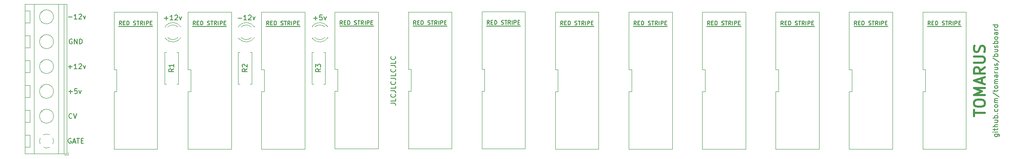
<source format=gbr>
G04 #@! TF.GenerationSoftware,KiCad,Pcbnew,5.0.2+dfsg1-1~bpo9+1*
G04 #@! TF.CreationDate,2019-10-18T22:52:31+02:00*
G04 #@! TF.ProjectId,busboard,62757362-6f61-4726-942e-6b696361645f,rev?*
G04 #@! TF.SameCoordinates,Original*
G04 #@! TF.FileFunction,Legend,Top*
G04 #@! TF.FilePolarity,Positive*
%FSLAX46Y46*%
G04 Gerber Fmt 4.6, Leading zero omitted, Abs format (unit mm)*
G04 Created by KiCad (PCBNEW 5.0.2+dfsg1-1~bpo9+1) date Fri 18 Oct 2019 10:52:31 PM CEST*
%MOMM*%
%LPD*%
G01*
G04 APERTURE LIST*
%ADD10C,0.400000*%
%ADD11C,0.150000*%
%ADD12C,0.200000*%
%ADD13C,0.100000*%
%ADD14C,0.120000*%
G04 APERTURE END LIST*
D10*
X236285238Y-73574952D02*
X236285238Y-72317809D01*
X238485238Y-72946380D02*
X236285238Y-72946380D01*
X236285238Y-71165428D02*
X236285238Y-70746380D01*
X236390000Y-70536857D01*
X236599523Y-70327333D01*
X237018571Y-70222571D01*
X237751904Y-70222571D01*
X238170952Y-70327333D01*
X238380476Y-70536857D01*
X238485238Y-70746380D01*
X238485238Y-71165428D01*
X238380476Y-71374952D01*
X238170952Y-71584476D01*
X237751904Y-71689238D01*
X237018571Y-71689238D01*
X236599523Y-71584476D01*
X236390000Y-71374952D01*
X236285238Y-71165428D01*
X238485238Y-69279714D02*
X236285238Y-69279714D01*
X237856666Y-68546380D01*
X236285238Y-67813047D01*
X238485238Y-67813047D01*
X237856666Y-66870190D02*
X237856666Y-65822571D01*
X238485238Y-67079714D02*
X236285238Y-66346380D01*
X238485238Y-65613047D01*
X238485238Y-63622571D02*
X237437619Y-64355904D01*
X238485238Y-64879714D02*
X236285238Y-64879714D01*
X236285238Y-64041619D01*
X236390000Y-63832095D01*
X236494761Y-63727333D01*
X236704285Y-63622571D01*
X237018571Y-63622571D01*
X237228095Y-63727333D01*
X237332857Y-63832095D01*
X237437619Y-64041619D01*
X237437619Y-64879714D01*
X236285238Y-62679714D02*
X238066190Y-62679714D01*
X238275714Y-62574952D01*
X238380476Y-62470190D01*
X238485238Y-62260666D01*
X238485238Y-61841619D01*
X238380476Y-61632095D01*
X238275714Y-61527333D01*
X238066190Y-61422571D01*
X236285238Y-61422571D01*
X238380476Y-60479714D02*
X238485238Y-60165428D01*
X238485238Y-59641619D01*
X238380476Y-59432095D01*
X238275714Y-59327333D01*
X238066190Y-59222571D01*
X237856666Y-59222571D01*
X237647142Y-59327333D01*
X237542380Y-59432095D01*
X237437619Y-59641619D01*
X237332857Y-60060666D01*
X237228095Y-60270190D01*
X237123333Y-60374952D01*
X236913809Y-60479714D01*
X236704285Y-60479714D01*
X236494761Y-60374952D01*
X236390000Y-60270190D01*
X236285238Y-60060666D01*
X236285238Y-59536857D01*
X236390000Y-59222571D01*
D11*
X117252380Y-71019047D02*
X117966666Y-71019047D01*
X118109523Y-71066666D01*
X118204761Y-71161904D01*
X118252380Y-71304761D01*
X118252380Y-71400000D01*
X118252380Y-70066666D02*
X118252380Y-70542857D01*
X117252380Y-70542857D01*
X118157142Y-69161904D02*
X118204761Y-69209523D01*
X118252380Y-69352380D01*
X118252380Y-69447619D01*
X118204761Y-69590476D01*
X118109523Y-69685714D01*
X118014285Y-69733333D01*
X117823809Y-69780952D01*
X117680952Y-69780952D01*
X117490476Y-69733333D01*
X117395238Y-69685714D01*
X117300000Y-69590476D01*
X117252380Y-69447619D01*
X117252380Y-69352380D01*
X117300000Y-69209523D01*
X117347619Y-69161904D01*
X117252380Y-68447619D02*
X117966666Y-68447619D01*
X118109523Y-68495238D01*
X118204761Y-68590476D01*
X118252380Y-68733333D01*
X118252380Y-68828571D01*
X118252380Y-67495238D02*
X118252380Y-67971428D01*
X117252380Y-67971428D01*
X118157142Y-66590476D02*
X118204761Y-66638095D01*
X118252380Y-66780952D01*
X118252380Y-66876190D01*
X118204761Y-67019047D01*
X118109523Y-67114285D01*
X118014285Y-67161904D01*
X117823809Y-67209523D01*
X117680952Y-67209523D01*
X117490476Y-67161904D01*
X117395238Y-67114285D01*
X117300000Y-67019047D01*
X117252380Y-66876190D01*
X117252380Y-66780952D01*
X117300000Y-66638095D01*
X117347619Y-66590476D01*
X117252380Y-65876190D02*
X117966666Y-65876190D01*
X118109523Y-65923809D01*
X118204761Y-66019047D01*
X118252380Y-66161904D01*
X118252380Y-66257142D01*
X118252380Y-64923809D02*
X118252380Y-65400000D01*
X117252380Y-65400000D01*
X118157142Y-64019047D02*
X118204761Y-64066666D01*
X118252380Y-64209523D01*
X118252380Y-64304761D01*
X118204761Y-64447619D01*
X118109523Y-64542857D01*
X118014285Y-64590476D01*
X117823809Y-64638095D01*
X117680952Y-64638095D01*
X117490476Y-64590476D01*
X117395238Y-64542857D01*
X117300000Y-64447619D01*
X117252380Y-64304761D01*
X117252380Y-64209523D01*
X117300000Y-64066666D01*
X117347619Y-64019047D01*
X117252380Y-63304761D02*
X117966666Y-63304761D01*
X118109523Y-63352380D01*
X118204761Y-63447619D01*
X118252380Y-63590476D01*
X118252380Y-63685714D01*
X118252380Y-62352380D02*
X118252380Y-62828571D01*
X117252380Y-62828571D01*
X118157142Y-61447619D02*
X118204761Y-61495238D01*
X118252380Y-61638095D01*
X118252380Y-61733333D01*
X118204761Y-61876190D01*
X118109523Y-61971428D01*
X118014285Y-62019047D01*
X117823809Y-62066666D01*
X117680952Y-62066666D01*
X117490476Y-62019047D01*
X117395238Y-61971428D01*
X117300000Y-61876190D01*
X117252380Y-61733333D01*
X117252380Y-61638095D01*
X117300000Y-61495238D01*
X117347619Y-61447619D01*
X240535714Y-77352380D02*
X241345238Y-77352380D01*
X241440476Y-77400000D01*
X241488095Y-77447619D01*
X241535714Y-77542857D01*
X241535714Y-77685714D01*
X241488095Y-77780952D01*
X241154761Y-77352380D02*
X241202380Y-77447619D01*
X241202380Y-77638095D01*
X241154761Y-77733333D01*
X241107142Y-77780952D01*
X241011904Y-77828571D01*
X240726190Y-77828571D01*
X240630952Y-77780952D01*
X240583333Y-77733333D01*
X240535714Y-77638095D01*
X240535714Y-77447619D01*
X240583333Y-77352380D01*
X241202380Y-76876190D02*
X240535714Y-76876190D01*
X240202380Y-76876190D02*
X240250000Y-76923809D01*
X240297619Y-76876190D01*
X240250000Y-76828571D01*
X240202380Y-76876190D01*
X240297619Y-76876190D01*
X240535714Y-76542857D02*
X240535714Y-76161904D01*
X240202380Y-76400000D02*
X241059523Y-76400000D01*
X241154761Y-76352380D01*
X241202380Y-76257142D01*
X241202380Y-76161904D01*
X241202380Y-75828571D02*
X240202380Y-75828571D01*
X241202380Y-75400000D02*
X240678571Y-75400000D01*
X240583333Y-75447619D01*
X240535714Y-75542857D01*
X240535714Y-75685714D01*
X240583333Y-75780952D01*
X240630952Y-75828571D01*
X240535714Y-74495238D02*
X241202380Y-74495238D01*
X240535714Y-74923809D02*
X241059523Y-74923809D01*
X241154761Y-74876190D01*
X241202380Y-74780952D01*
X241202380Y-74638095D01*
X241154761Y-74542857D01*
X241107142Y-74495238D01*
X241202380Y-74019047D02*
X240202380Y-74019047D01*
X240583333Y-74019047D02*
X240535714Y-73923809D01*
X240535714Y-73733333D01*
X240583333Y-73638095D01*
X240630952Y-73590476D01*
X240726190Y-73542857D01*
X241011904Y-73542857D01*
X241107142Y-73590476D01*
X241154761Y-73638095D01*
X241202380Y-73733333D01*
X241202380Y-73923809D01*
X241154761Y-74019047D01*
X241107142Y-73114285D02*
X241154761Y-73066666D01*
X241202380Y-73114285D01*
X241154761Y-73161904D01*
X241107142Y-73114285D01*
X241202380Y-73114285D01*
X241154761Y-72209523D02*
X241202380Y-72304761D01*
X241202380Y-72495238D01*
X241154761Y-72590476D01*
X241107142Y-72638095D01*
X241011904Y-72685714D01*
X240726190Y-72685714D01*
X240630952Y-72638095D01*
X240583333Y-72590476D01*
X240535714Y-72495238D01*
X240535714Y-72304761D01*
X240583333Y-72209523D01*
X241202380Y-71638095D02*
X241154761Y-71733333D01*
X241107142Y-71780952D01*
X241011904Y-71828571D01*
X240726190Y-71828571D01*
X240630952Y-71780952D01*
X240583333Y-71733333D01*
X240535714Y-71638095D01*
X240535714Y-71495238D01*
X240583333Y-71400000D01*
X240630952Y-71352380D01*
X240726190Y-71304761D01*
X241011904Y-71304761D01*
X241107142Y-71352380D01*
X241154761Y-71400000D01*
X241202380Y-71495238D01*
X241202380Y-71638095D01*
X241202380Y-70876190D02*
X240535714Y-70876190D01*
X240630952Y-70876190D02*
X240583333Y-70828571D01*
X240535714Y-70733333D01*
X240535714Y-70590476D01*
X240583333Y-70495238D01*
X240678571Y-70447619D01*
X241202380Y-70447619D01*
X240678571Y-70447619D02*
X240583333Y-70400000D01*
X240535714Y-70304761D01*
X240535714Y-70161904D01*
X240583333Y-70066666D01*
X240678571Y-70019047D01*
X241202380Y-70019047D01*
X240154761Y-68828571D02*
X241440476Y-69685714D01*
X240535714Y-68638095D02*
X240535714Y-68257142D01*
X240202380Y-68495238D02*
X241059523Y-68495238D01*
X241154761Y-68447619D01*
X241202380Y-68352380D01*
X241202380Y-68257142D01*
X241202380Y-67780952D02*
X241154761Y-67876190D01*
X241107142Y-67923809D01*
X241011904Y-67971428D01*
X240726190Y-67971428D01*
X240630952Y-67923809D01*
X240583333Y-67876190D01*
X240535714Y-67780952D01*
X240535714Y-67638095D01*
X240583333Y-67542857D01*
X240630952Y-67495238D01*
X240726190Y-67447619D01*
X241011904Y-67447619D01*
X241107142Y-67495238D01*
X241154761Y-67542857D01*
X241202380Y-67638095D01*
X241202380Y-67780952D01*
X241202380Y-67019047D02*
X240535714Y-67019047D01*
X240630952Y-67019047D02*
X240583333Y-66971428D01*
X240535714Y-66876190D01*
X240535714Y-66733333D01*
X240583333Y-66638095D01*
X240678571Y-66590476D01*
X241202380Y-66590476D01*
X240678571Y-66590476D02*
X240583333Y-66542857D01*
X240535714Y-66447619D01*
X240535714Y-66304761D01*
X240583333Y-66209523D01*
X240678571Y-66161904D01*
X241202380Y-66161904D01*
X241202380Y-65257142D02*
X240678571Y-65257142D01*
X240583333Y-65304761D01*
X240535714Y-65400000D01*
X240535714Y-65590476D01*
X240583333Y-65685714D01*
X241154761Y-65257142D02*
X241202380Y-65352380D01*
X241202380Y-65590476D01*
X241154761Y-65685714D01*
X241059523Y-65733333D01*
X240964285Y-65733333D01*
X240869047Y-65685714D01*
X240821428Y-65590476D01*
X240821428Y-65352380D01*
X240773809Y-65257142D01*
X241202380Y-64780952D02*
X240535714Y-64780952D01*
X240726190Y-64780952D02*
X240630952Y-64733333D01*
X240583333Y-64685714D01*
X240535714Y-64590476D01*
X240535714Y-64495238D01*
X240535714Y-63733333D02*
X241202380Y-63733333D01*
X240535714Y-64161904D02*
X241059523Y-64161904D01*
X241154761Y-64114285D01*
X241202380Y-64019047D01*
X241202380Y-63876190D01*
X241154761Y-63780952D01*
X241107142Y-63733333D01*
X241154761Y-63304761D02*
X241202380Y-63209523D01*
X241202380Y-63019047D01*
X241154761Y-62923809D01*
X241059523Y-62876190D01*
X241011904Y-62876190D01*
X240916666Y-62923809D01*
X240869047Y-63019047D01*
X240869047Y-63161904D01*
X240821428Y-63257142D01*
X240726190Y-63304761D01*
X240678571Y-63304761D01*
X240583333Y-63257142D01*
X240535714Y-63161904D01*
X240535714Y-63019047D01*
X240583333Y-62923809D01*
X240154761Y-61733333D02*
X241440476Y-62590476D01*
X241202380Y-61400000D02*
X240202380Y-61400000D01*
X240583333Y-61400000D02*
X240535714Y-61304761D01*
X240535714Y-61114285D01*
X240583333Y-61019047D01*
X240630952Y-60971428D01*
X240726190Y-60923809D01*
X241011904Y-60923809D01*
X241107142Y-60971428D01*
X241154761Y-61019047D01*
X241202380Y-61114285D01*
X241202380Y-61304761D01*
X241154761Y-61400000D01*
X240535714Y-60066666D02*
X241202380Y-60066666D01*
X240535714Y-60495238D02*
X241059523Y-60495238D01*
X241154761Y-60447619D01*
X241202380Y-60352380D01*
X241202380Y-60209523D01*
X241154761Y-60114285D01*
X241107142Y-60066666D01*
X241154761Y-59638095D02*
X241202380Y-59542857D01*
X241202380Y-59352380D01*
X241154761Y-59257142D01*
X241059523Y-59209523D01*
X241011904Y-59209523D01*
X240916666Y-59257142D01*
X240869047Y-59352380D01*
X240869047Y-59495238D01*
X240821428Y-59590476D01*
X240726190Y-59638095D01*
X240678571Y-59638095D01*
X240583333Y-59590476D01*
X240535714Y-59495238D01*
X240535714Y-59352380D01*
X240583333Y-59257142D01*
X241202380Y-58780952D02*
X240202380Y-58780952D01*
X240583333Y-58780952D02*
X240535714Y-58685714D01*
X240535714Y-58495238D01*
X240583333Y-58400000D01*
X240630952Y-58352380D01*
X240726190Y-58304761D01*
X241011904Y-58304761D01*
X241107142Y-58352380D01*
X241154761Y-58400000D01*
X241202380Y-58495238D01*
X241202380Y-58685714D01*
X241154761Y-58780952D01*
X241202380Y-57733333D02*
X241154761Y-57828571D01*
X241107142Y-57876190D01*
X241011904Y-57923809D01*
X240726190Y-57923809D01*
X240630952Y-57876190D01*
X240583333Y-57828571D01*
X240535714Y-57733333D01*
X240535714Y-57590476D01*
X240583333Y-57495238D01*
X240630952Y-57447619D01*
X240726190Y-57400000D01*
X241011904Y-57400000D01*
X241107142Y-57447619D01*
X241154761Y-57495238D01*
X241202380Y-57590476D01*
X241202380Y-57733333D01*
X241202380Y-56542857D02*
X240678571Y-56542857D01*
X240583333Y-56590476D01*
X240535714Y-56685714D01*
X240535714Y-56876190D01*
X240583333Y-56971428D01*
X241154761Y-56542857D02*
X241202380Y-56638095D01*
X241202380Y-56876190D01*
X241154761Y-56971428D01*
X241059523Y-57019047D01*
X240964285Y-57019047D01*
X240869047Y-56971428D01*
X240821428Y-56876190D01*
X240821428Y-56638095D01*
X240773809Y-56542857D01*
X241202380Y-56066666D02*
X240535714Y-56066666D01*
X240726190Y-56066666D02*
X240630952Y-56019047D01*
X240583333Y-55971428D01*
X240535714Y-55876190D01*
X240535714Y-55780952D01*
X241202380Y-55019047D02*
X240202380Y-55019047D01*
X241154761Y-55019047D02*
X241202380Y-55114285D01*
X241202380Y-55304761D01*
X241154761Y-55400000D01*
X241107142Y-55447619D01*
X241011904Y-55495238D01*
X240726190Y-55495238D01*
X240630952Y-55447619D01*
X240583333Y-55400000D01*
X240535714Y-55304761D01*
X240535714Y-55114285D01*
X240583333Y-55019047D01*
D12*
X51972095Y-78240000D02*
X51876857Y-78192380D01*
X51734000Y-78192380D01*
X51591142Y-78240000D01*
X51495904Y-78335238D01*
X51448285Y-78430476D01*
X51400666Y-78620952D01*
X51400666Y-78763809D01*
X51448285Y-78954285D01*
X51495904Y-79049523D01*
X51591142Y-79144761D01*
X51734000Y-79192380D01*
X51829238Y-79192380D01*
X51972095Y-79144761D01*
X52019714Y-79097142D01*
X52019714Y-78763809D01*
X51829238Y-78763809D01*
X52400666Y-78906666D02*
X52876857Y-78906666D01*
X52305428Y-79192380D02*
X52638761Y-78192380D01*
X52972095Y-79192380D01*
X53162571Y-78192380D02*
X53734000Y-78192380D01*
X53448285Y-79192380D02*
X53448285Y-78192380D01*
X54067333Y-78668571D02*
X54400666Y-78668571D01*
X54543523Y-79192380D02*
X54067333Y-79192380D01*
X54067333Y-78192380D01*
X54543523Y-78192380D01*
X52162380Y-74017142D02*
X52114761Y-74064761D01*
X51971904Y-74112380D01*
X51876666Y-74112380D01*
X51733809Y-74064761D01*
X51638571Y-73969523D01*
X51590952Y-73874285D01*
X51543333Y-73683809D01*
X51543333Y-73540952D01*
X51590952Y-73350476D01*
X51638571Y-73255238D01*
X51733809Y-73160000D01*
X51876666Y-73112380D01*
X51971904Y-73112380D01*
X52114761Y-73160000D01*
X52162380Y-73207619D01*
X52448095Y-73112380D02*
X52781428Y-74112380D01*
X53114761Y-73112380D01*
X52194285Y-57920000D02*
X52099047Y-57872380D01*
X51956190Y-57872380D01*
X51813333Y-57920000D01*
X51718095Y-58015238D01*
X51670476Y-58110476D01*
X51622857Y-58300952D01*
X51622857Y-58443809D01*
X51670476Y-58634285D01*
X51718095Y-58729523D01*
X51813333Y-58824761D01*
X51956190Y-58872380D01*
X52051428Y-58872380D01*
X52194285Y-58824761D01*
X52241904Y-58777142D01*
X52241904Y-58443809D01*
X52051428Y-58443809D01*
X52670476Y-58872380D02*
X52670476Y-57872380D01*
X53241904Y-58872380D01*
X53241904Y-57872380D01*
X53718095Y-58872380D02*
X53718095Y-57872380D01*
X53956190Y-57872380D01*
X54099047Y-57920000D01*
X54194285Y-58015238D01*
X54241904Y-58110476D01*
X54289523Y-58300952D01*
X54289523Y-58443809D01*
X54241904Y-58634285D01*
X54194285Y-58729523D01*
X54099047Y-58824761D01*
X53956190Y-58872380D01*
X53718095Y-58872380D01*
X51511714Y-68651428D02*
X52273619Y-68651428D01*
X51892666Y-69032380D02*
X51892666Y-68270476D01*
X53226000Y-68032380D02*
X52749809Y-68032380D01*
X52702190Y-68508571D01*
X52749809Y-68460952D01*
X52845047Y-68413333D01*
X53083142Y-68413333D01*
X53178380Y-68460952D01*
X53226000Y-68508571D01*
X53273619Y-68603809D01*
X53273619Y-68841904D01*
X53226000Y-68937142D01*
X53178380Y-68984761D01*
X53083142Y-69032380D01*
X52845047Y-69032380D01*
X52749809Y-68984761D01*
X52702190Y-68937142D01*
X53606952Y-68365714D02*
X53845047Y-69032380D01*
X54083142Y-68365714D01*
X51448333Y-63571428D02*
X52210238Y-63571428D01*
X51829285Y-63952380D02*
X51829285Y-63190476D01*
X53210238Y-63952380D02*
X52638809Y-63952380D01*
X52924523Y-63952380D02*
X52924523Y-62952380D01*
X52829285Y-63095238D01*
X52734047Y-63190476D01*
X52638809Y-63238095D01*
X53591190Y-63047619D02*
X53638809Y-63000000D01*
X53734047Y-62952380D01*
X53972142Y-62952380D01*
X54067380Y-63000000D01*
X54115000Y-63047619D01*
X54162619Y-63142857D01*
X54162619Y-63238095D01*
X54115000Y-63380952D01*
X53543571Y-63952380D01*
X54162619Y-63952380D01*
X54495952Y-63285714D02*
X54734047Y-63952380D01*
X54972142Y-63285714D01*
X51448333Y-53411428D02*
X52210238Y-53411428D01*
X53210238Y-53792380D02*
X52638809Y-53792380D01*
X52924523Y-53792380D02*
X52924523Y-52792380D01*
X52829285Y-52935238D01*
X52734047Y-53030476D01*
X52638809Y-53078095D01*
X53591190Y-52887619D02*
X53638809Y-52840000D01*
X53734047Y-52792380D01*
X53972142Y-52792380D01*
X54067380Y-52840000D01*
X54115000Y-52887619D01*
X54162619Y-52982857D01*
X54162619Y-53078095D01*
X54115000Y-53220952D01*
X53543571Y-53792380D01*
X54162619Y-53792380D01*
X54495952Y-53125714D02*
X54734047Y-53792380D01*
X54972142Y-53125714D01*
D13*
G04 #@! TO.C,J1*
X60765320Y-52404760D02*
X60765320Y-64129400D01*
X60765320Y-80375240D02*
X60765320Y-68645520D01*
X61316500Y-68637900D02*
X61316500Y-64142100D01*
D11*
X61720000Y-55335000D02*
X68670000Y-55335000D01*
D13*
X69615000Y-80380000D02*
X60765000Y-80380000D01*
X69615000Y-52400000D02*
X60765000Y-52400000D01*
X61315000Y-68640000D02*
X60765000Y-68640000D01*
X61315000Y-64140000D02*
X60765000Y-64140000D01*
X69615000Y-52400000D02*
X69615000Y-80380000D01*
G04 #@! TO.C,J2*
X75845320Y-52404760D02*
X75845320Y-64129400D01*
X75845320Y-80375240D02*
X75845320Y-68645520D01*
X76396500Y-68637900D02*
X76396500Y-64142100D01*
D11*
X76800000Y-55335000D02*
X83750000Y-55335000D01*
D13*
X84695000Y-80380000D02*
X75845000Y-80380000D01*
X84695000Y-52400000D02*
X75845000Y-52400000D01*
X76395000Y-68640000D02*
X75845000Y-68640000D01*
X76395000Y-64140000D02*
X75845000Y-64140000D01*
X84695000Y-52400000D02*
X84695000Y-80380000D01*
G04 #@! TO.C,J3*
X90845320Y-52404760D02*
X90845320Y-64129400D01*
X90845320Y-80375240D02*
X90845320Y-68645520D01*
X91396500Y-68637900D02*
X91396500Y-64142100D01*
D11*
X91800000Y-55335000D02*
X98750000Y-55335000D01*
D13*
X99695000Y-80380000D02*
X90845000Y-80380000D01*
X99695000Y-52400000D02*
X90845000Y-52400000D01*
X91395000Y-68640000D02*
X90845000Y-68640000D01*
X91395000Y-64140000D02*
X90845000Y-64140000D01*
X99695000Y-52400000D02*
X99695000Y-80380000D01*
G04 #@! TO.C,J4*
X105845320Y-52324760D02*
X105845320Y-64049400D01*
X105845320Y-80295240D02*
X105845320Y-68565520D01*
X106396500Y-68557900D02*
X106396500Y-64062100D01*
D11*
X106800000Y-55255000D02*
X113750000Y-55255000D01*
D13*
X114695000Y-80300000D02*
X105845000Y-80300000D01*
X114695000Y-52320000D02*
X105845000Y-52320000D01*
X106395000Y-68560000D02*
X105845000Y-68560000D01*
X106395000Y-64060000D02*
X105845000Y-64060000D01*
X114695000Y-52320000D02*
X114695000Y-80300000D01*
G04 #@! TO.C,J5*
X120845320Y-52324760D02*
X120845320Y-64049400D01*
X120845320Y-80295240D02*
X120845320Y-68565520D01*
X121396500Y-68557900D02*
X121396500Y-64062100D01*
D11*
X121800000Y-55255000D02*
X128750000Y-55255000D01*
D13*
X129695000Y-80300000D02*
X120845000Y-80300000D01*
X129695000Y-52320000D02*
X120845000Y-52320000D01*
X121395000Y-68560000D02*
X120845000Y-68560000D01*
X121395000Y-64060000D02*
X120845000Y-64060000D01*
X129695000Y-52320000D02*
X129695000Y-80300000D01*
G04 #@! TO.C,J6*
X135845320Y-52284760D02*
X135845320Y-64009400D01*
X135845320Y-80255240D02*
X135845320Y-68525520D01*
X136396500Y-68517900D02*
X136396500Y-64022100D01*
D11*
X136800000Y-55215000D02*
X143750000Y-55215000D01*
D13*
X144695000Y-80260000D02*
X135845000Y-80260000D01*
X144695000Y-52280000D02*
X135845000Y-52280000D01*
X136395000Y-68520000D02*
X135845000Y-68520000D01*
X136395000Y-64020000D02*
X135845000Y-64020000D01*
X144695000Y-52280000D02*
X144695000Y-80260000D01*
G04 #@! TO.C,J7*
X150845320Y-52404760D02*
X150845320Y-64129400D01*
X150845320Y-80375240D02*
X150845320Y-68645520D01*
X151396500Y-68637900D02*
X151396500Y-64142100D01*
D11*
X151800000Y-55335000D02*
X158750000Y-55335000D01*
D13*
X159695000Y-80380000D02*
X150845000Y-80380000D01*
X159695000Y-52400000D02*
X150845000Y-52400000D01*
X151395000Y-68640000D02*
X150845000Y-68640000D01*
X151395000Y-64140000D02*
X150845000Y-64140000D01*
X159695000Y-52400000D02*
X159695000Y-80380000D01*
G04 #@! TO.C,J8*
X165845320Y-52404760D02*
X165845320Y-64129400D01*
X165845320Y-80375240D02*
X165845320Y-68645520D01*
X166396500Y-68637900D02*
X166396500Y-64142100D01*
D11*
X166800000Y-55335000D02*
X173750000Y-55335000D01*
D13*
X174695000Y-80380000D02*
X165845000Y-80380000D01*
X174695000Y-52400000D02*
X165845000Y-52400000D01*
X166395000Y-68640000D02*
X165845000Y-68640000D01*
X166395000Y-64140000D02*
X165845000Y-64140000D01*
X174695000Y-52400000D02*
X174695000Y-80380000D01*
G04 #@! TO.C,J9*
X180845320Y-52404760D02*
X180845320Y-64129400D01*
X180845320Y-80375240D02*
X180845320Y-68645520D01*
X181396500Y-68637900D02*
X181396500Y-64142100D01*
D11*
X181800000Y-55335000D02*
X188750000Y-55335000D01*
D13*
X189695000Y-80380000D02*
X180845000Y-80380000D01*
X189695000Y-52400000D02*
X180845000Y-52400000D01*
X181395000Y-68640000D02*
X180845000Y-68640000D01*
X181395000Y-64140000D02*
X180845000Y-64140000D01*
X189695000Y-52400000D02*
X189695000Y-80380000D01*
G04 #@! TO.C,J10*
X195845320Y-52404760D02*
X195845320Y-64129400D01*
X195845320Y-80375240D02*
X195845320Y-68645520D01*
X196396500Y-68637900D02*
X196396500Y-64142100D01*
D11*
X196800000Y-55335000D02*
X203750000Y-55335000D01*
D13*
X204695000Y-80380000D02*
X195845000Y-80380000D01*
X204695000Y-52400000D02*
X195845000Y-52400000D01*
X196395000Y-68640000D02*
X195845000Y-68640000D01*
X196395000Y-64140000D02*
X195845000Y-64140000D01*
X204695000Y-52400000D02*
X204695000Y-80380000D01*
G04 #@! TO.C,J11*
X210845320Y-52404760D02*
X210845320Y-64129400D01*
X210845320Y-80375240D02*
X210845320Y-68645520D01*
X211396500Y-68637900D02*
X211396500Y-64142100D01*
D11*
X211800000Y-55335000D02*
X218750000Y-55335000D01*
D13*
X219695000Y-80380000D02*
X210845000Y-80380000D01*
X219695000Y-52400000D02*
X210845000Y-52400000D01*
X211395000Y-68640000D02*
X210845000Y-68640000D01*
X211395000Y-64140000D02*
X210845000Y-64140000D01*
X219695000Y-52400000D02*
X219695000Y-80380000D01*
G04 #@! TO.C,J12*
X225845320Y-52404760D02*
X225845320Y-64129400D01*
X225845320Y-80375240D02*
X225845320Y-68645520D01*
X226396500Y-68637900D02*
X226396500Y-64142100D01*
D11*
X226800000Y-55335000D02*
X233750000Y-55335000D01*
D13*
X234695000Y-80380000D02*
X225845000Y-80380000D01*
X234695000Y-52400000D02*
X225845000Y-52400000D01*
X226395000Y-68640000D02*
X225845000Y-68640000D01*
X226395000Y-64140000D02*
X225845000Y-64140000D01*
X234695000Y-52400000D02*
X234695000Y-80380000D01*
D14*
G04 #@! TO.C,J13*
X48275275Y-78113129D02*
G75*
G02X48420000Y-78740000I-1285275J-626871D01*
G01*
X46362638Y-77454176D02*
G75*
G02X47617000Y-77454000I627362J-1285824D01*
G01*
X45704176Y-79367362D02*
G75*
G02X45704000Y-78113000I1285824J627362D01*
G01*
X47616746Y-80026611D02*
G75*
G02X46362000Y-80026000I-626746J1286611D01*
G01*
X48420940Y-78715720D02*
G75*
G02X48276000Y-79368000I-1430940J-24280D01*
G01*
X48420000Y-73660000D02*
G75*
G03X48420000Y-73660000I-1430000J0D01*
G01*
X48420000Y-68580000D02*
G75*
G03X48420000Y-68580000I-1430000J0D01*
G01*
X48420000Y-63500000D02*
G75*
G03X48420000Y-63500000I-1430000J0D01*
G01*
X48420000Y-58420000D02*
G75*
G03X48420000Y-58420000I-1430000J0D01*
G01*
X48420000Y-53340000D02*
G75*
G03X48420000Y-53340000I-1430000J0D01*
G01*
X50540000Y-81340000D02*
X50540000Y-50740000D01*
X49440000Y-81340000D02*
X49440000Y-50740000D01*
X44440000Y-81340000D02*
X44440000Y-50740000D01*
X42530000Y-81340000D02*
X42530000Y-50740000D01*
X51100000Y-81340000D02*
X51100000Y-50740000D01*
X42530000Y-81340000D02*
X51100000Y-81340000D01*
X42530000Y-50740000D02*
X51100000Y-50740000D01*
X42590000Y-79990000D02*
X42590000Y-77490000D01*
X43590000Y-79990000D02*
X43590000Y-77490000D01*
X42590000Y-79990000D02*
X43590000Y-79990000D01*
X42590000Y-77490000D02*
X43590000Y-77490000D01*
X46080000Y-72575000D02*
X46139000Y-72635000D01*
X48035000Y-74530000D02*
X48075000Y-74570000D01*
X45905000Y-72749000D02*
X45945000Y-72789000D01*
X47840000Y-74684000D02*
X47900000Y-74744000D01*
X42590000Y-74910000D02*
X42590000Y-72410000D01*
X43590000Y-74910000D02*
X43590000Y-72410000D01*
X42590000Y-74910000D02*
X43590000Y-74910000D01*
X42590000Y-72410000D02*
X43590000Y-72410000D01*
X46080000Y-67495000D02*
X46139000Y-67555000D01*
X48035000Y-69450000D02*
X48075000Y-69490000D01*
X45905000Y-67669000D02*
X45945000Y-67709000D01*
X47840000Y-69604000D02*
X47900000Y-69664000D01*
X42590000Y-69830000D02*
X42590000Y-67330000D01*
X43590000Y-69830000D02*
X43590000Y-67330000D01*
X42590000Y-69830000D02*
X43590000Y-69830000D01*
X42590000Y-67330000D02*
X43590000Y-67330000D01*
X46080000Y-62415000D02*
X46139000Y-62475000D01*
X48035000Y-64370000D02*
X48075000Y-64410000D01*
X45905000Y-62589000D02*
X45945000Y-62629000D01*
X47840000Y-64524000D02*
X47900000Y-64584000D01*
X42590000Y-64750000D02*
X42590000Y-62250000D01*
X43590000Y-64750000D02*
X43590000Y-62250000D01*
X42590000Y-64750000D02*
X43590000Y-64750000D01*
X42590000Y-62250000D02*
X43590000Y-62250000D01*
X46080000Y-57335000D02*
X46139000Y-57395000D01*
X48035000Y-59290000D02*
X48075000Y-59330000D01*
X45905000Y-57509000D02*
X45945000Y-57549000D01*
X47840000Y-59444000D02*
X47900000Y-59504000D01*
X42590000Y-59670000D02*
X42590000Y-57170000D01*
X43590000Y-59670000D02*
X43590000Y-57170000D01*
X42590000Y-59670000D02*
X43590000Y-59670000D01*
X42590000Y-57170000D02*
X43590000Y-57170000D01*
X46080000Y-52255000D02*
X46139000Y-52315000D01*
X48035000Y-54210000D02*
X48075000Y-54250000D01*
X45905000Y-52429000D02*
X45945000Y-52469000D01*
X47840000Y-54364000D02*
X47900000Y-54424000D01*
X42590000Y-54590000D02*
X42590000Y-52090000D01*
X43590000Y-54590000D02*
X43590000Y-52090000D01*
X42590000Y-54590000D02*
X43590000Y-54590000D01*
X42590000Y-52090000D02*
X43590000Y-52090000D01*
X50600000Y-81580000D02*
X51340000Y-81580000D01*
X51340000Y-81580000D02*
X51340000Y-81080000D01*
G04 #@! TO.C,+12v*
X71210000Y-57580000D02*
X71210000Y-57736000D01*
X71210000Y-55264000D02*
X71210000Y-55420000D01*
X73811130Y-57579837D02*
G75*
G02X71729039Y-57580000I-1041130J1079837D01*
G01*
X73811130Y-55420163D02*
G75*
G03X71729039Y-55420000I-1041130J-1079837D01*
G01*
X74442335Y-57578608D02*
G75*
G02X71210000Y-57735516I-1672335J1078608D01*
G01*
X74442335Y-55421392D02*
G75*
G03X71210000Y-55264484I-1672335J-1078608D01*
G01*
G04 #@! TO.C,-12v*
X89442335Y-55421392D02*
G75*
G03X86210000Y-55264484I-1672335J-1078608D01*
G01*
X89442335Y-57578608D02*
G75*
G02X86210000Y-57735516I-1672335J1078608D01*
G01*
X88811130Y-55420163D02*
G75*
G03X86729039Y-55420000I-1041130J-1079837D01*
G01*
X88811130Y-57579837D02*
G75*
G02X86729039Y-57580000I-1041130J1079837D01*
G01*
X86210000Y-55264000D02*
X86210000Y-55420000D01*
X86210000Y-57580000D02*
X86210000Y-57736000D01*
G04 #@! TO.C,+5v*
X104442335Y-55421392D02*
G75*
G03X101210000Y-55264484I-1672335J-1078608D01*
G01*
X104442335Y-57578608D02*
G75*
G02X101210000Y-57735516I-1672335J1078608D01*
G01*
X103811130Y-55420163D02*
G75*
G03X101729039Y-55420000I-1041130J-1079837D01*
G01*
X103811130Y-57579837D02*
G75*
G02X101729039Y-57580000I-1041130J1079837D01*
G01*
X101210000Y-55264000D02*
X101210000Y-55420000D01*
X101210000Y-57580000D02*
X101210000Y-57736000D01*
G04 #@! TO.C,R1*
X71130000Y-67080000D02*
X71460000Y-67080000D01*
X71130000Y-60540000D02*
X71130000Y-67080000D01*
X71460000Y-60540000D02*
X71130000Y-60540000D01*
X73870000Y-67080000D02*
X73540000Y-67080000D01*
X73870000Y-60540000D02*
X73870000Y-67080000D01*
X73540000Y-60540000D02*
X73870000Y-60540000D01*
G04 #@! TO.C,R2*
X88540000Y-60540000D02*
X88870000Y-60540000D01*
X88870000Y-60540000D02*
X88870000Y-67080000D01*
X88870000Y-67080000D02*
X88540000Y-67080000D01*
X86460000Y-60540000D02*
X86130000Y-60540000D01*
X86130000Y-60540000D02*
X86130000Y-67080000D01*
X86130000Y-67080000D02*
X86460000Y-67080000D01*
G04 #@! TO.C,R3*
X103540000Y-60540000D02*
X103870000Y-60540000D01*
X103870000Y-60540000D02*
X103870000Y-67080000D01*
X103870000Y-67080000D02*
X103540000Y-67080000D01*
X101460000Y-60540000D02*
X101130000Y-60540000D01*
X101130000Y-60540000D02*
X101130000Y-67080000D01*
X101130000Y-67080000D02*
X101460000Y-67080000D01*
G04 #@! TO.C,J1*
D11*
X62312857Y-54996904D02*
X62046190Y-54615952D01*
X61855714Y-54996904D02*
X61855714Y-54196904D01*
X62160476Y-54196904D01*
X62236666Y-54235000D01*
X62274761Y-54273095D01*
X62312857Y-54349285D01*
X62312857Y-54463571D01*
X62274761Y-54539761D01*
X62236666Y-54577857D01*
X62160476Y-54615952D01*
X61855714Y-54615952D01*
X62655714Y-54577857D02*
X62922380Y-54577857D01*
X63036666Y-54996904D02*
X62655714Y-54996904D01*
X62655714Y-54196904D01*
X63036666Y-54196904D01*
X63379523Y-54996904D02*
X63379523Y-54196904D01*
X63570000Y-54196904D01*
X63684285Y-54235000D01*
X63760476Y-54311190D01*
X63798571Y-54387380D01*
X63836666Y-54539761D01*
X63836666Y-54654047D01*
X63798571Y-54806428D01*
X63760476Y-54882619D01*
X63684285Y-54958809D01*
X63570000Y-54996904D01*
X63379523Y-54996904D01*
X64750952Y-54958809D02*
X64865238Y-54996904D01*
X65055714Y-54996904D01*
X65131904Y-54958809D01*
X65170000Y-54920714D01*
X65208095Y-54844523D01*
X65208095Y-54768333D01*
X65170000Y-54692142D01*
X65131904Y-54654047D01*
X65055714Y-54615952D01*
X64903333Y-54577857D01*
X64827142Y-54539761D01*
X64789047Y-54501666D01*
X64750952Y-54425476D01*
X64750952Y-54349285D01*
X64789047Y-54273095D01*
X64827142Y-54235000D01*
X64903333Y-54196904D01*
X65093809Y-54196904D01*
X65208095Y-54235000D01*
X65436666Y-54196904D02*
X65893809Y-54196904D01*
X65665238Y-54996904D02*
X65665238Y-54196904D01*
X66617619Y-54996904D02*
X66350952Y-54615952D01*
X66160476Y-54996904D02*
X66160476Y-54196904D01*
X66465238Y-54196904D01*
X66541428Y-54235000D01*
X66579523Y-54273095D01*
X66617619Y-54349285D01*
X66617619Y-54463571D01*
X66579523Y-54539761D01*
X66541428Y-54577857D01*
X66465238Y-54615952D01*
X66160476Y-54615952D01*
X66960476Y-54996904D02*
X66960476Y-54196904D01*
X67341428Y-54996904D02*
X67341428Y-54196904D01*
X67646190Y-54196904D01*
X67722380Y-54235000D01*
X67760476Y-54273095D01*
X67798571Y-54349285D01*
X67798571Y-54463571D01*
X67760476Y-54539761D01*
X67722380Y-54577857D01*
X67646190Y-54615952D01*
X67341428Y-54615952D01*
X68141428Y-54577857D02*
X68408095Y-54577857D01*
X68522380Y-54996904D02*
X68141428Y-54996904D01*
X68141428Y-54196904D01*
X68522380Y-54196904D01*
G04 #@! TO.C,J2*
X77392857Y-54996904D02*
X77126190Y-54615952D01*
X76935714Y-54996904D02*
X76935714Y-54196904D01*
X77240476Y-54196904D01*
X77316666Y-54235000D01*
X77354761Y-54273095D01*
X77392857Y-54349285D01*
X77392857Y-54463571D01*
X77354761Y-54539761D01*
X77316666Y-54577857D01*
X77240476Y-54615952D01*
X76935714Y-54615952D01*
X77735714Y-54577857D02*
X78002380Y-54577857D01*
X78116666Y-54996904D02*
X77735714Y-54996904D01*
X77735714Y-54196904D01*
X78116666Y-54196904D01*
X78459523Y-54996904D02*
X78459523Y-54196904D01*
X78650000Y-54196904D01*
X78764285Y-54235000D01*
X78840476Y-54311190D01*
X78878571Y-54387380D01*
X78916666Y-54539761D01*
X78916666Y-54654047D01*
X78878571Y-54806428D01*
X78840476Y-54882619D01*
X78764285Y-54958809D01*
X78650000Y-54996904D01*
X78459523Y-54996904D01*
X79830952Y-54958809D02*
X79945238Y-54996904D01*
X80135714Y-54996904D01*
X80211904Y-54958809D01*
X80250000Y-54920714D01*
X80288095Y-54844523D01*
X80288095Y-54768333D01*
X80250000Y-54692142D01*
X80211904Y-54654047D01*
X80135714Y-54615952D01*
X79983333Y-54577857D01*
X79907142Y-54539761D01*
X79869047Y-54501666D01*
X79830952Y-54425476D01*
X79830952Y-54349285D01*
X79869047Y-54273095D01*
X79907142Y-54235000D01*
X79983333Y-54196904D01*
X80173809Y-54196904D01*
X80288095Y-54235000D01*
X80516666Y-54196904D02*
X80973809Y-54196904D01*
X80745238Y-54996904D02*
X80745238Y-54196904D01*
X81697619Y-54996904D02*
X81430952Y-54615952D01*
X81240476Y-54996904D02*
X81240476Y-54196904D01*
X81545238Y-54196904D01*
X81621428Y-54235000D01*
X81659523Y-54273095D01*
X81697619Y-54349285D01*
X81697619Y-54463571D01*
X81659523Y-54539761D01*
X81621428Y-54577857D01*
X81545238Y-54615952D01*
X81240476Y-54615952D01*
X82040476Y-54996904D02*
X82040476Y-54196904D01*
X82421428Y-54996904D02*
X82421428Y-54196904D01*
X82726190Y-54196904D01*
X82802380Y-54235000D01*
X82840476Y-54273095D01*
X82878571Y-54349285D01*
X82878571Y-54463571D01*
X82840476Y-54539761D01*
X82802380Y-54577857D01*
X82726190Y-54615952D01*
X82421428Y-54615952D01*
X83221428Y-54577857D02*
X83488095Y-54577857D01*
X83602380Y-54996904D02*
X83221428Y-54996904D01*
X83221428Y-54196904D01*
X83602380Y-54196904D01*
G04 #@! TO.C,J3*
X92392857Y-54996904D02*
X92126190Y-54615952D01*
X91935714Y-54996904D02*
X91935714Y-54196904D01*
X92240476Y-54196904D01*
X92316666Y-54235000D01*
X92354761Y-54273095D01*
X92392857Y-54349285D01*
X92392857Y-54463571D01*
X92354761Y-54539761D01*
X92316666Y-54577857D01*
X92240476Y-54615952D01*
X91935714Y-54615952D01*
X92735714Y-54577857D02*
X93002380Y-54577857D01*
X93116666Y-54996904D02*
X92735714Y-54996904D01*
X92735714Y-54196904D01*
X93116666Y-54196904D01*
X93459523Y-54996904D02*
X93459523Y-54196904D01*
X93650000Y-54196904D01*
X93764285Y-54235000D01*
X93840476Y-54311190D01*
X93878571Y-54387380D01*
X93916666Y-54539761D01*
X93916666Y-54654047D01*
X93878571Y-54806428D01*
X93840476Y-54882619D01*
X93764285Y-54958809D01*
X93650000Y-54996904D01*
X93459523Y-54996904D01*
X94830952Y-54958809D02*
X94945238Y-54996904D01*
X95135714Y-54996904D01*
X95211904Y-54958809D01*
X95250000Y-54920714D01*
X95288095Y-54844523D01*
X95288095Y-54768333D01*
X95250000Y-54692142D01*
X95211904Y-54654047D01*
X95135714Y-54615952D01*
X94983333Y-54577857D01*
X94907142Y-54539761D01*
X94869047Y-54501666D01*
X94830952Y-54425476D01*
X94830952Y-54349285D01*
X94869047Y-54273095D01*
X94907142Y-54235000D01*
X94983333Y-54196904D01*
X95173809Y-54196904D01*
X95288095Y-54235000D01*
X95516666Y-54196904D02*
X95973809Y-54196904D01*
X95745238Y-54996904D02*
X95745238Y-54196904D01*
X96697619Y-54996904D02*
X96430952Y-54615952D01*
X96240476Y-54996904D02*
X96240476Y-54196904D01*
X96545238Y-54196904D01*
X96621428Y-54235000D01*
X96659523Y-54273095D01*
X96697619Y-54349285D01*
X96697619Y-54463571D01*
X96659523Y-54539761D01*
X96621428Y-54577857D01*
X96545238Y-54615952D01*
X96240476Y-54615952D01*
X97040476Y-54996904D02*
X97040476Y-54196904D01*
X97421428Y-54996904D02*
X97421428Y-54196904D01*
X97726190Y-54196904D01*
X97802380Y-54235000D01*
X97840476Y-54273095D01*
X97878571Y-54349285D01*
X97878571Y-54463571D01*
X97840476Y-54539761D01*
X97802380Y-54577857D01*
X97726190Y-54615952D01*
X97421428Y-54615952D01*
X98221428Y-54577857D02*
X98488095Y-54577857D01*
X98602380Y-54996904D02*
X98221428Y-54996904D01*
X98221428Y-54196904D01*
X98602380Y-54196904D01*
G04 #@! TO.C,J4*
X107392857Y-54916904D02*
X107126190Y-54535952D01*
X106935714Y-54916904D02*
X106935714Y-54116904D01*
X107240476Y-54116904D01*
X107316666Y-54155000D01*
X107354761Y-54193095D01*
X107392857Y-54269285D01*
X107392857Y-54383571D01*
X107354761Y-54459761D01*
X107316666Y-54497857D01*
X107240476Y-54535952D01*
X106935714Y-54535952D01*
X107735714Y-54497857D02*
X108002380Y-54497857D01*
X108116666Y-54916904D02*
X107735714Y-54916904D01*
X107735714Y-54116904D01*
X108116666Y-54116904D01*
X108459523Y-54916904D02*
X108459523Y-54116904D01*
X108650000Y-54116904D01*
X108764285Y-54155000D01*
X108840476Y-54231190D01*
X108878571Y-54307380D01*
X108916666Y-54459761D01*
X108916666Y-54574047D01*
X108878571Y-54726428D01*
X108840476Y-54802619D01*
X108764285Y-54878809D01*
X108650000Y-54916904D01*
X108459523Y-54916904D01*
X109830952Y-54878809D02*
X109945238Y-54916904D01*
X110135714Y-54916904D01*
X110211904Y-54878809D01*
X110250000Y-54840714D01*
X110288095Y-54764523D01*
X110288095Y-54688333D01*
X110250000Y-54612142D01*
X110211904Y-54574047D01*
X110135714Y-54535952D01*
X109983333Y-54497857D01*
X109907142Y-54459761D01*
X109869047Y-54421666D01*
X109830952Y-54345476D01*
X109830952Y-54269285D01*
X109869047Y-54193095D01*
X109907142Y-54155000D01*
X109983333Y-54116904D01*
X110173809Y-54116904D01*
X110288095Y-54155000D01*
X110516666Y-54116904D02*
X110973809Y-54116904D01*
X110745238Y-54916904D02*
X110745238Y-54116904D01*
X111697619Y-54916904D02*
X111430952Y-54535952D01*
X111240476Y-54916904D02*
X111240476Y-54116904D01*
X111545238Y-54116904D01*
X111621428Y-54155000D01*
X111659523Y-54193095D01*
X111697619Y-54269285D01*
X111697619Y-54383571D01*
X111659523Y-54459761D01*
X111621428Y-54497857D01*
X111545238Y-54535952D01*
X111240476Y-54535952D01*
X112040476Y-54916904D02*
X112040476Y-54116904D01*
X112421428Y-54916904D02*
X112421428Y-54116904D01*
X112726190Y-54116904D01*
X112802380Y-54155000D01*
X112840476Y-54193095D01*
X112878571Y-54269285D01*
X112878571Y-54383571D01*
X112840476Y-54459761D01*
X112802380Y-54497857D01*
X112726190Y-54535952D01*
X112421428Y-54535952D01*
X113221428Y-54497857D02*
X113488095Y-54497857D01*
X113602380Y-54916904D02*
X113221428Y-54916904D01*
X113221428Y-54116904D01*
X113602380Y-54116904D01*
G04 #@! TO.C,J5*
X122392857Y-54916904D02*
X122126190Y-54535952D01*
X121935714Y-54916904D02*
X121935714Y-54116904D01*
X122240476Y-54116904D01*
X122316666Y-54155000D01*
X122354761Y-54193095D01*
X122392857Y-54269285D01*
X122392857Y-54383571D01*
X122354761Y-54459761D01*
X122316666Y-54497857D01*
X122240476Y-54535952D01*
X121935714Y-54535952D01*
X122735714Y-54497857D02*
X123002380Y-54497857D01*
X123116666Y-54916904D02*
X122735714Y-54916904D01*
X122735714Y-54116904D01*
X123116666Y-54116904D01*
X123459523Y-54916904D02*
X123459523Y-54116904D01*
X123650000Y-54116904D01*
X123764285Y-54155000D01*
X123840476Y-54231190D01*
X123878571Y-54307380D01*
X123916666Y-54459761D01*
X123916666Y-54574047D01*
X123878571Y-54726428D01*
X123840476Y-54802619D01*
X123764285Y-54878809D01*
X123650000Y-54916904D01*
X123459523Y-54916904D01*
X124830952Y-54878809D02*
X124945238Y-54916904D01*
X125135714Y-54916904D01*
X125211904Y-54878809D01*
X125250000Y-54840714D01*
X125288095Y-54764523D01*
X125288095Y-54688333D01*
X125250000Y-54612142D01*
X125211904Y-54574047D01*
X125135714Y-54535952D01*
X124983333Y-54497857D01*
X124907142Y-54459761D01*
X124869047Y-54421666D01*
X124830952Y-54345476D01*
X124830952Y-54269285D01*
X124869047Y-54193095D01*
X124907142Y-54155000D01*
X124983333Y-54116904D01*
X125173809Y-54116904D01*
X125288095Y-54155000D01*
X125516666Y-54116904D02*
X125973809Y-54116904D01*
X125745238Y-54916904D02*
X125745238Y-54116904D01*
X126697619Y-54916904D02*
X126430952Y-54535952D01*
X126240476Y-54916904D02*
X126240476Y-54116904D01*
X126545238Y-54116904D01*
X126621428Y-54155000D01*
X126659523Y-54193095D01*
X126697619Y-54269285D01*
X126697619Y-54383571D01*
X126659523Y-54459761D01*
X126621428Y-54497857D01*
X126545238Y-54535952D01*
X126240476Y-54535952D01*
X127040476Y-54916904D02*
X127040476Y-54116904D01*
X127421428Y-54916904D02*
X127421428Y-54116904D01*
X127726190Y-54116904D01*
X127802380Y-54155000D01*
X127840476Y-54193095D01*
X127878571Y-54269285D01*
X127878571Y-54383571D01*
X127840476Y-54459761D01*
X127802380Y-54497857D01*
X127726190Y-54535952D01*
X127421428Y-54535952D01*
X128221428Y-54497857D02*
X128488095Y-54497857D01*
X128602380Y-54916904D02*
X128221428Y-54916904D01*
X128221428Y-54116904D01*
X128602380Y-54116904D01*
G04 #@! TO.C,J6*
X137392857Y-54876904D02*
X137126190Y-54495952D01*
X136935714Y-54876904D02*
X136935714Y-54076904D01*
X137240476Y-54076904D01*
X137316666Y-54115000D01*
X137354761Y-54153095D01*
X137392857Y-54229285D01*
X137392857Y-54343571D01*
X137354761Y-54419761D01*
X137316666Y-54457857D01*
X137240476Y-54495952D01*
X136935714Y-54495952D01*
X137735714Y-54457857D02*
X138002380Y-54457857D01*
X138116666Y-54876904D02*
X137735714Y-54876904D01*
X137735714Y-54076904D01*
X138116666Y-54076904D01*
X138459523Y-54876904D02*
X138459523Y-54076904D01*
X138650000Y-54076904D01*
X138764285Y-54115000D01*
X138840476Y-54191190D01*
X138878571Y-54267380D01*
X138916666Y-54419761D01*
X138916666Y-54534047D01*
X138878571Y-54686428D01*
X138840476Y-54762619D01*
X138764285Y-54838809D01*
X138650000Y-54876904D01*
X138459523Y-54876904D01*
X139830952Y-54838809D02*
X139945238Y-54876904D01*
X140135714Y-54876904D01*
X140211904Y-54838809D01*
X140250000Y-54800714D01*
X140288095Y-54724523D01*
X140288095Y-54648333D01*
X140250000Y-54572142D01*
X140211904Y-54534047D01*
X140135714Y-54495952D01*
X139983333Y-54457857D01*
X139907142Y-54419761D01*
X139869047Y-54381666D01*
X139830952Y-54305476D01*
X139830952Y-54229285D01*
X139869047Y-54153095D01*
X139907142Y-54115000D01*
X139983333Y-54076904D01*
X140173809Y-54076904D01*
X140288095Y-54115000D01*
X140516666Y-54076904D02*
X140973809Y-54076904D01*
X140745238Y-54876904D02*
X140745238Y-54076904D01*
X141697619Y-54876904D02*
X141430952Y-54495952D01*
X141240476Y-54876904D02*
X141240476Y-54076904D01*
X141545238Y-54076904D01*
X141621428Y-54115000D01*
X141659523Y-54153095D01*
X141697619Y-54229285D01*
X141697619Y-54343571D01*
X141659523Y-54419761D01*
X141621428Y-54457857D01*
X141545238Y-54495952D01*
X141240476Y-54495952D01*
X142040476Y-54876904D02*
X142040476Y-54076904D01*
X142421428Y-54876904D02*
X142421428Y-54076904D01*
X142726190Y-54076904D01*
X142802380Y-54115000D01*
X142840476Y-54153095D01*
X142878571Y-54229285D01*
X142878571Y-54343571D01*
X142840476Y-54419761D01*
X142802380Y-54457857D01*
X142726190Y-54495952D01*
X142421428Y-54495952D01*
X143221428Y-54457857D02*
X143488095Y-54457857D01*
X143602380Y-54876904D02*
X143221428Y-54876904D01*
X143221428Y-54076904D01*
X143602380Y-54076904D01*
G04 #@! TO.C,J7*
X152392857Y-54996904D02*
X152126190Y-54615952D01*
X151935714Y-54996904D02*
X151935714Y-54196904D01*
X152240476Y-54196904D01*
X152316666Y-54235000D01*
X152354761Y-54273095D01*
X152392857Y-54349285D01*
X152392857Y-54463571D01*
X152354761Y-54539761D01*
X152316666Y-54577857D01*
X152240476Y-54615952D01*
X151935714Y-54615952D01*
X152735714Y-54577857D02*
X153002380Y-54577857D01*
X153116666Y-54996904D02*
X152735714Y-54996904D01*
X152735714Y-54196904D01*
X153116666Y-54196904D01*
X153459523Y-54996904D02*
X153459523Y-54196904D01*
X153650000Y-54196904D01*
X153764285Y-54235000D01*
X153840476Y-54311190D01*
X153878571Y-54387380D01*
X153916666Y-54539761D01*
X153916666Y-54654047D01*
X153878571Y-54806428D01*
X153840476Y-54882619D01*
X153764285Y-54958809D01*
X153650000Y-54996904D01*
X153459523Y-54996904D01*
X154830952Y-54958809D02*
X154945238Y-54996904D01*
X155135714Y-54996904D01*
X155211904Y-54958809D01*
X155250000Y-54920714D01*
X155288095Y-54844523D01*
X155288095Y-54768333D01*
X155250000Y-54692142D01*
X155211904Y-54654047D01*
X155135714Y-54615952D01*
X154983333Y-54577857D01*
X154907142Y-54539761D01*
X154869047Y-54501666D01*
X154830952Y-54425476D01*
X154830952Y-54349285D01*
X154869047Y-54273095D01*
X154907142Y-54235000D01*
X154983333Y-54196904D01*
X155173809Y-54196904D01*
X155288095Y-54235000D01*
X155516666Y-54196904D02*
X155973809Y-54196904D01*
X155745238Y-54996904D02*
X155745238Y-54196904D01*
X156697619Y-54996904D02*
X156430952Y-54615952D01*
X156240476Y-54996904D02*
X156240476Y-54196904D01*
X156545238Y-54196904D01*
X156621428Y-54235000D01*
X156659523Y-54273095D01*
X156697619Y-54349285D01*
X156697619Y-54463571D01*
X156659523Y-54539761D01*
X156621428Y-54577857D01*
X156545238Y-54615952D01*
X156240476Y-54615952D01*
X157040476Y-54996904D02*
X157040476Y-54196904D01*
X157421428Y-54996904D02*
X157421428Y-54196904D01*
X157726190Y-54196904D01*
X157802380Y-54235000D01*
X157840476Y-54273095D01*
X157878571Y-54349285D01*
X157878571Y-54463571D01*
X157840476Y-54539761D01*
X157802380Y-54577857D01*
X157726190Y-54615952D01*
X157421428Y-54615952D01*
X158221428Y-54577857D02*
X158488095Y-54577857D01*
X158602380Y-54996904D02*
X158221428Y-54996904D01*
X158221428Y-54196904D01*
X158602380Y-54196904D01*
G04 #@! TO.C,J8*
X167392857Y-54996904D02*
X167126190Y-54615952D01*
X166935714Y-54996904D02*
X166935714Y-54196904D01*
X167240476Y-54196904D01*
X167316666Y-54235000D01*
X167354761Y-54273095D01*
X167392857Y-54349285D01*
X167392857Y-54463571D01*
X167354761Y-54539761D01*
X167316666Y-54577857D01*
X167240476Y-54615952D01*
X166935714Y-54615952D01*
X167735714Y-54577857D02*
X168002380Y-54577857D01*
X168116666Y-54996904D02*
X167735714Y-54996904D01*
X167735714Y-54196904D01*
X168116666Y-54196904D01*
X168459523Y-54996904D02*
X168459523Y-54196904D01*
X168650000Y-54196904D01*
X168764285Y-54235000D01*
X168840476Y-54311190D01*
X168878571Y-54387380D01*
X168916666Y-54539761D01*
X168916666Y-54654047D01*
X168878571Y-54806428D01*
X168840476Y-54882619D01*
X168764285Y-54958809D01*
X168650000Y-54996904D01*
X168459523Y-54996904D01*
X169830952Y-54958809D02*
X169945238Y-54996904D01*
X170135714Y-54996904D01*
X170211904Y-54958809D01*
X170250000Y-54920714D01*
X170288095Y-54844523D01*
X170288095Y-54768333D01*
X170250000Y-54692142D01*
X170211904Y-54654047D01*
X170135714Y-54615952D01*
X169983333Y-54577857D01*
X169907142Y-54539761D01*
X169869047Y-54501666D01*
X169830952Y-54425476D01*
X169830952Y-54349285D01*
X169869047Y-54273095D01*
X169907142Y-54235000D01*
X169983333Y-54196904D01*
X170173809Y-54196904D01*
X170288095Y-54235000D01*
X170516666Y-54196904D02*
X170973809Y-54196904D01*
X170745238Y-54996904D02*
X170745238Y-54196904D01*
X171697619Y-54996904D02*
X171430952Y-54615952D01*
X171240476Y-54996904D02*
X171240476Y-54196904D01*
X171545238Y-54196904D01*
X171621428Y-54235000D01*
X171659523Y-54273095D01*
X171697619Y-54349285D01*
X171697619Y-54463571D01*
X171659523Y-54539761D01*
X171621428Y-54577857D01*
X171545238Y-54615952D01*
X171240476Y-54615952D01*
X172040476Y-54996904D02*
X172040476Y-54196904D01*
X172421428Y-54996904D02*
X172421428Y-54196904D01*
X172726190Y-54196904D01*
X172802380Y-54235000D01*
X172840476Y-54273095D01*
X172878571Y-54349285D01*
X172878571Y-54463571D01*
X172840476Y-54539761D01*
X172802380Y-54577857D01*
X172726190Y-54615952D01*
X172421428Y-54615952D01*
X173221428Y-54577857D02*
X173488095Y-54577857D01*
X173602380Y-54996904D02*
X173221428Y-54996904D01*
X173221428Y-54196904D01*
X173602380Y-54196904D01*
G04 #@! TO.C,J9*
X182392857Y-54996904D02*
X182126190Y-54615952D01*
X181935714Y-54996904D02*
X181935714Y-54196904D01*
X182240476Y-54196904D01*
X182316666Y-54235000D01*
X182354761Y-54273095D01*
X182392857Y-54349285D01*
X182392857Y-54463571D01*
X182354761Y-54539761D01*
X182316666Y-54577857D01*
X182240476Y-54615952D01*
X181935714Y-54615952D01*
X182735714Y-54577857D02*
X183002380Y-54577857D01*
X183116666Y-54996904D02*
X182735714Y-54996904D01*
X182735714Y-54196904D01*
X183116666Y-54196904D01*
X183459523Y-54996904D02*
X183459523Y-54196904D01*
X183650000Y-54196904D01*
X183764285Y-54235000D01*
X183840476Y-54311190D01*
X183878571Y-54387380D01*
X183916666Y-54539761D01*
X183916666Y-54654047D01*
X183878571Y-54806428D01*
X183840476Y-54882619D01*
X183764285Y-54958809D01*
X183650000Y-54996904D01*
X183459523Y-54996904D01*
X184830952Y-54958809D02*
X184945238Y-54996904D01*
X185135714Y-54996904D01*
X185211904Y-54958809D01*
X185250000Y-54920714D01*
X185288095Y-54844523D01*
X185288095Y-54768333D01*
X185250000Y-54692142D01*
X185211904Y-54654047D01*
X185135714Y-54615952D01*
X184983333Y-54577857D01*
X184907142Y-54539761D01*
X184869047Y-54501666D01*
X184830952Y-54425476D01*
X184830952Y-54349285D01*
X184869047Y-54273095D01*
X184907142Y-54235000D01*
X184983333Y-54196904D01*
X185173809Y-54196904D01*
X185288095Y-54235000D01*
X185516666Y-54196904D02*
X185973809Y-54196904D01*
X185745238Y-54996904D02*
X185745238Y-54196904D01*
X186697619Y-54996904D02*
X186430952Y-54615952D01*
X186240476Y-54996904D02*
X186240476Y-54196904D01*
X186545238Y-54196904D01*
X186621428Y-54235000D01*
X186659523Y-54273095D01*
X186697619Y-54349285D01*
X186697619Y-54463571D01*
X186659523Y-54539761D01*
X186621428Y-54577857D01*
X186545238Y-54615952D01*
X186240476Y-54615952D01*
X187040476Y-54996904D02*
X187040476Y-54196904D01*
X187421428Y-54996904D02*
X187421428Y-54196904D01*
X187726190Y-54196904D01*
X187802380Y-54235000D01*
X187840476Y-54273095D01*
X187878571Y-54349285D01*
X187878571Y-54463571D01*
X187840476Y-54539761D01*
X187802380Y-54577857D01*
X187726190Y-54615952D01*
X187421428Y-54615952D01*
X188221428Y-54577857D02*
X188488095Y-54577857D01*
X188602380Y-54996904D02*
X188221428Y-54996904D01*
X188221428Y-54196904D01*
X188602380Y-54196904D01*
G04 #@! TO.C,J10*
X197392857Y-54996904D02*
X197126190Y-54615952D01*
X196935714Y-54996904D02*
X196935714Y-54196904D01*
X197240476Y-54196904D01*
X197316666Y-54235000D01*
X197354761Y-54273095D01*
X197392857Y-54349285D01*
X197392857Y-54463571D01*
X197354761Y-54539761D01*
X197316666Y-54577857D01*
X197240476Y-54615952D01*
X196935714Y-54615952D01*
X197735714Y-54577857D02*
X198002380Y-54577857D01*
X198116666Y-54996904D02*
X197735714Y-54996904D01*
X197735714Y-54196904D01*
X198116666Y-54196904D01*
X198459523Y-54996904D02*
X198459523Y-54196904D01*
X198650000Y-54196904D01*
X198764285Y-54235000D01*
X198840476Y-54311190D01*
X198878571Y-54387380D01*
X198916666Y-54539761D01*
X198916666Y-54654047D01*
X198878571Y-54806428D01*
X198840476Y-54882619D01*
X198764285Y-54958809D01*
X198650000Y-54996904D01*
X198459523Y-54996904D01*
X199830952Y-54958809D02*
X199945238Y-54996904D01*
X200135714Y-54996904D01*
X200211904Y-54958809D01*
X200250000Y-54920714D01*
X200288095Y-54844523D01*
X200288095Y-54768333D01*
X200250000Y-54692142D01*
X200211904Y-54654047D01*
X200135714Y-54615952D01*
X199983333Y-54577857D01*
X199907142Y-54539761D01*
X199869047Y-54501666D01*
X199830952Y-54425476D01*
X199830952Y-54349285D01*
X199869047Y-54273095D01*
X199907142Y-54235000D01*
X199983333Y-54196904D01*
X200173809Y-54196904D01*
X200288095Y-54235000D01*
X200516666Y-54196904D02*
X200973809Y-54196904D01*
X200745238Y-54996904D02*
X200745238Y-54196904D01*
X201697619Y-54996904D02*
X201430952Y-54615952D01*
X201240476Y-54996904D02*
X201240476Y-54196904D01*
X201545238Y-54196904D01*
X201621428Y-54235000D01*
X201659523Y-54273095D01*
X201697619Y-54349285D01*
X201697619Y-54463571D01*
X201659523Y-54539761D01*
X201621428Y-54577857D01*
X201545238Y-54615952D01*
X201240476Y-54615952D01*
X202040476Y-54996904D02*
X202040476Y-54196904D01*
X202421428Y-54996904D02*
X202421428Y-54196904D01*
X202726190Y-54196904D01*
X202802380Y-54235000D01*
X202840476Y-54273095D01*
X202878571Y-54349285D01*
X202878571Y-54463571D01*
X202840476Y-54539761D01*
X202802380Y-54577857D01*
X202726190Y-54615952D01*
X202421428Y-54615952D01*
X203221428Y-54577857D02*
X203488095Y-54577857D01*
X203602380Y-54996904D02*
X203221428Y-54996904D01*
X203221428Y-54196904D01*
X203602380Y-54196904D01*
G04 #@! TO.C,J11*
X212392857Y-54996904D02*
X212126190Y-54615952D01*
X211935714Y-54996904D02*
X211935714Y-54196904D01*
X212240476Y-54196904D01*
X212316666Y-54235000D01*
X212354761Y-54273095D01*
X212392857Y-54349285D01*
X212392857Y-54463571D01*
X212354761Y-54539761D01*
X212316666Y-54577857D01*
X212240476Y-54615952D01*
X211935714Y-54615952D01*
X212735714Y-54577857D02*
X213002380Y-54577857D01*
X213116666Y-54996904D02*
X212735714Y-54996904D01*
X212735714Y-54196904D01*
X213116666Y-54196904D01*
X213459523Y-54996904D02*
X213459523Y-54196904D01*
X213650000Y-54196904D01*
X213764285Y-54235000D01*
X213840476Y-54311190D01*
X213878571Y-54387380D01*
X213916666Y-54539761D01*
X213916666Y-54654047D01*
X213878571Y-54806428D01*
X213840476Y-54882619D01*
X213764285Y-54958809D01*
X213650000Y-54996904D01*
X213459523Y-54996904D01*
X214830952Y-54958809D02*
X214945238Y-54996904D01*
X215135714Y-54996904D01*
X215211904Y-54958809D01*
X215250000Y-54920714D01*
X215288095Y-54844523D01*
X215288095Y-54768333D01*
X215250000Y-54692142D01*
X215211904Y-54654047D01*
X215135714Y-54615952D01*
X214983333Y-54577857D01*
X214907142Y-54539761D01*
X214869047Y-54501666D01*
X214830952Y-54425476D01*
X214830952Y-54349285D01*
X214869047Y-54273095D01*
X214907142Y-54235000D01*
X214983333Y-54196904D01*
X215173809Y-54196904D01*
X215288095Y-54235000D01*
X215516666Y-54196904D02*
X215973809Y-54196904D01*
X215745238Y-54996904D02*
X215745238Y-54196904D01*
X216697619Y-54996904D02*
X216430952Y-54615952D01*
X216240476Y-54996904D02*
X216240476Y-54196904D01*
X216545238Y-54196904D01*
X216621428Y-54235000D01*
X216659523Y-54273095D01*
X216697619Y-54349285D01*
X216697619Y-54463571D01*
X216659523Y-54539761D01*
X216621428Y-54577857D01*
X216545238Y-54615952D01*
X216240476Y-54615952D01*
X217040476Y-54996904D02*
X217040476Y-54196904D01*
X217421428Y-54996904D02*
X217421428Y-54196904D01*
X217726190Y-54196904D01*
X217802380Y-54235000D01*
X217840476Y-54273095D01*
X217878571Y-54349285D01*
X217878571Y-54463571D01*
X217840476Y-54539761D01*
X217802380Y-54577857D01*
X217726190Y-54615952D01*
X217421428Y-54615952D01*
X218221428Y-54577857D02*
X218488095Y-54577857D01*
X218602380Y-54996904D02*
X218221428Y-54996904D01*
X218221428Y-54196904D01*
X218602380Y-54196904D01*
G04 #@! TO.C,J12*
X227392857Y-54996904D02*
X227126190Y-54615952D01*
X226935714Y-54996904D02*
X226935714Y-54196904D01*
X227240476Y-54196904D01*
X227316666Y-54235000D01*
X227354761Y-54273095D01*
X227392857Y-54349285D01*
X227392857Y-54463571D01*
X227354761Y-54539761D01*
X227316666Y-54577857D01*
X227240476Y-54615952D01*
X226935714Y-54615952D01*
X227735714Y-54577857D02*
X228002380Y-54577857D01*
X228116666Y-54996904D02*
X227735714Y-54996904D01*
X227735714Y-54196904D01*
X228116666Y-54196904D01*
X228459523Y-54996904D02*
X228459523Y-54196904D01*
X228650000Y-54196904D01*
X228764285Y-54235000D01*
X228840476Y-54311190D01*
X228878571Y-54387380D01*
X228916666Y-54539761D01*
X228916666Y-54654047D01*
X228878571Y-54806428D01*
X228840476Y-54882619D01*
X228764285Y-54958809D01*
X228650000Y-54996904D01*
X228459523Y-54996904D01*
X229830952Y-54958809D02*
X229945238Y-54996904D01*
X230135714Y-54996904D01*
X230211904Y-54958809D01*
X230250000Y-54920714D01*
X230288095Y-54844523D01*
X230288095Y-54768333D01*
X230250000Y-54692142D01*
X230211904Y-54654047D01*
X230135714Y-54615952D01*
X229983333Y-54577857D01*
X229907142Y-54539761D01*
X229869047Y-54501666D01*
X229830952Y-54425476D01*
X229830952Y-54349285D01*
X229869047Y-54273095D01*
X229907142Y-54235000D01*
X229983333Y-54196904D01*
X230173809Y-54196904D01*
X230288095Y-54235000D01*
X230516666Y-54196904D02*
X230973809Y-54196904D01*
X230745238Y-54996904D02*
X230745238Y-54196904D01*
X231697619Y-54996904D02*
X231430952Y-54615952D01*
X231240476Y-54996904D02*
X231240476Y-54196904D01*
X231545238Y-54196904D01*
X231621428Y-54235000D01*
X231659523Y-54273095D01*
X231697619Y-54349285D01*
X231697619Y-54463571D01*
X231659523Y-54539761D01*
X231621428Y-54577857D01*
X231545238Y-54615952D01*
X231240476Y-54615952D01*
X232040476Y-54996904D02*
X232040476Y-54196904D01*
X232421428Y-54996904D02*
X232421428Y-54196904D01*
X232726190Y-54196904D01*
X232802380Y-54235000D01*
X232840476Y-54273095D01*
X232878571Y-54349285D01*
X232878571Y-54463571D01*
X232840476Y-54539761D01*
X232802380Y-54577857D01*
X232726190Y-54615952D01*
X232421428Y-54615952D01*
X233221428Y-54577857D02*
X233488095Y-54577857D01*
X233602380Y-54996904D02*
X233221428Y-54996904D01*
X233221428Y-54196904D01*
X233602380Y-54196904D01*
G04 #@! TO.C,+12v*
X71055714Y-53611428D02*
X71817619Y-53611428D01*
X71436666Y-53992380D02*
X71436666Y-53230476D01*
X72817619Y-53992380D02*
X72246190Y-53992380D01*
X72531904Y-53992380D02*
X72531904Y-52992380D01*
X72436666Y-53135238D01*
X72341428Y-53230476D01*
X72246190Y-53278095D01*
X73198571Y-53087619D02*
X73246190Y-53040000D01*
X73341428Y-52992380D01*
X73579523Y-52992380D01*
X73674761Y-53040000D01*
X73722380Y-53087619D01*
X73770000Y-53182857D01*
X73770000Y-53278095D01*
X73722380Y-53420952D01*
X73150952Y-53992380D01*
X73770000Y-53992380D01*
X74103333Y-53325714D02*
X74341428Y-53992380D01*
X74579523Y-53325714D01*
G04 #@! TO.C,-12v*
X86055714Y-53611428D02*
X86817619Y-53611428D01*
X87817619Y-53992380D02*
X87246190Y-53992380D01*
X87531904Y-53992380D02*
X87531904Y-52992380D01*
X87436666Y-53135238D01*
X87341428Y-53230476D01*
X87246190Y-53278095D01*
X88198571Y-53087619D02*
X88246190Y-53040000D01*
X88341428Y-52992380D01*
X88579523Y-52992380D01*
X88674761Y-53040000D01*
X88722380Y-53087619D01*
X88770000Y-53182857D01*
X88770000Y-53278095D01*
X88722380Y-53420952D01*
X88150952Y-53992380D01*
X88770000Y-53992380D01*
X89103333Y-53325714D02*
X89341428Y-53992380D01*
X89579523Y-53325714D01*
G04 #@! TO.C,+5v*
X101531904Y-53611428D02*
X102293809Y-53611428D01*
X101912857Y-53992380D02*
X101912857Y-53230476D01*
X103246190Y-52992380D02*
X102770000Y-52992380D01*
X102722380Y-53468571D01*
X102770000Y-53420952D01*
X102865238Y-53373333D01*
X103103333Y-53373333D01*
X103198571Y-53420952D01*
X103246190Y-53468571D01*
X103293809Y-53563809D01*
X103293809Y-53801904D01*
X103246190Y-53897142D01*
X103198571Y-53944761D01*
X103103333Y-53992380D01*
X102865238Y-53992380D01*
X102770000Y-53944761D01*
X102722380Y-53897142D01*
X103627142Y-53325714D02*
X103865238Y-53992380D01*
X104103333Y-53325714D01*
G04 #@! TO.C,R1*
X72952380Y-63976666D02*
X72476190Y-64310000D01*
X72952380Y-64548095D02*
X71952380Y-64548095D01*
X71952380Y-64167142D01*
X72000000Y-64071904D01*
X72047619Y-64024285D01*
X72142857Y-63976666D01*
X72285714Y-63976666D01*
X72380952Y-64024285D01*
X72428571Y-64071904D01*
X72476190Y-64167142D01*
X72476190Y-64548095D01*
X72952380Y-63024285D02*
X72952380Y-63595714D01*
X72952380Y-63310000D02*
X71952380Y-63310000D01*
X72095238Y-63405238D01*
X72190476Y-63500476D01*
X72238095Y-63595714D01*
G04 #@! TO.C,R2*
X87952380Y-63976666D02*
X87476190Y-64310000D01*
X87952380Y-64548095D02*
X86952380Y-64548095D01*
X86952380Y-64167142D01*
X87000000Y-64071904D01*
X87047619Y-64024285D01*
X87142857Y-63976666D01*
X87285714Y-63976666D01*
X87380952Y-64024285D01*
X87428571Y-64071904D01*
X87476190Y-64167142D01*
X87476190Y-64548095D01*
X87047619Y-63595714D02*
X87000000Y-63548095D01*
X86952380Y-63452857D01*
X86952380Y-63214761D01*
X87000000Y-63119523D01*
X87047619Y-63071904D01*
X87142857Y-63024285D01*
X87238095Y-63024285D01*
X87380952Y-63071904D01*
X87952380Y-63643333D01*
X87952380Y-63024285D01*
G04 #@! TO.C,R3*
X102952380Y-63976666D02*
X102476190Y-64310000D01*
X102952380Y-64548095D02*
X101952380Y-64548095D01*
X101952380Y-64167142D01*
X102000000Y-64071904D01*
X102047619Y-64024285D01*
X102142857Y-63976666D01*
X102285714Y-63976666D01*
X102380952Y-64024285D01*
X102428571Y-64071904D01*
X102476190Y-64167142D01*
X102476190Y-64548095D01*
X101952380Y-63643333D02*
X101952380Y-63024285D01*
X102333333Y-63357619D01*
X102333333Y-63214761D01*
X102380952Y-63119523D01*
X102428571Y-63071904D01*
X102523809Y-63024285D01*
X102761904Y-63024285D01*
X102857142Y-63071904D01*
X102904761Y-63119523D01*
X102952380Y-63214761D01*
X102952380Y-63500476D01*
X102904761Y-63595714D01*
X102857142Y-63643333D01*
G04 #@! TD*
M02*

</source>
